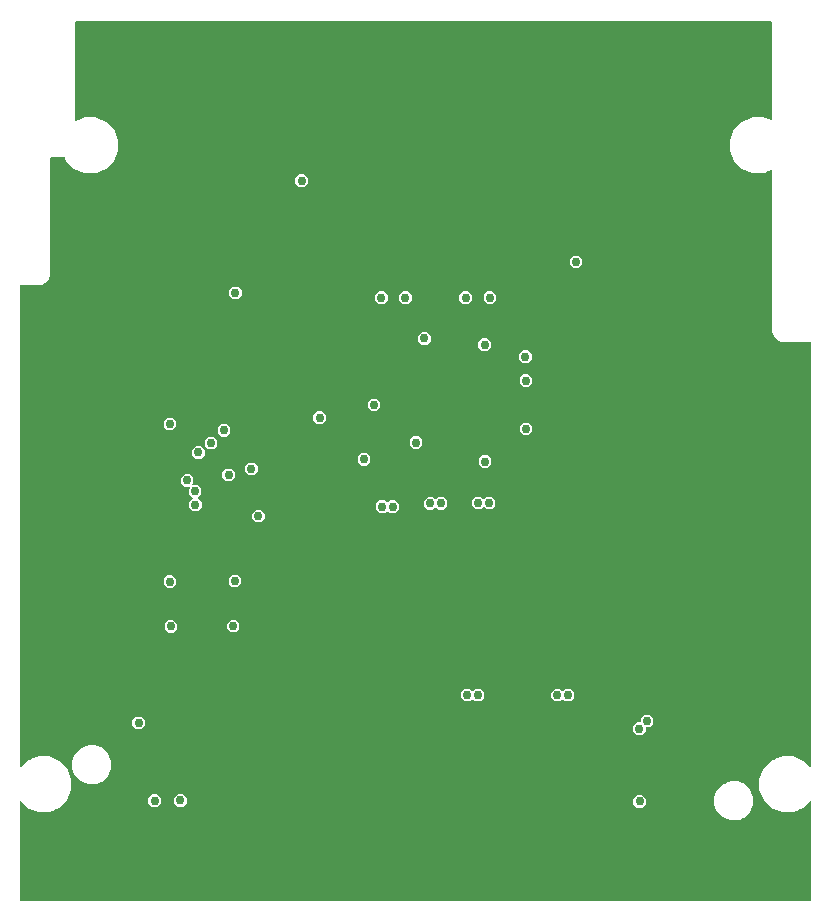
<source format=gbr>
G04 EAGLE Gerber X2 export*
G75*
%MOMM*%
%FSLAX34Y34*%
%LPD*%
%AMOC8*
5,1,8,0,0,1.08239X$1,22.5*%
G01*
%ADD10C,0.756400*%

G36*
X679337Y10162D02*
X679337Y10162D01*
X679342Y10161D01*
X679435Y10182D01*
X679529Y10200D01*
X679533Y10203D01*
X679538Y10204D01*
X679616Y10260D01*
X679694Y10313D01*
X679697Y10317D01*
X679701Y10320D01*
X679752Y10402D01*
X679804Y10481D01*
X679804Y10486D01*
X679807Y10491D01*
X679839Y10668D01*
X679839Y94153D01*
X679839Y94156D01*
X679839Y94158D01*
X679819Y94253D01*
X679800Y94350D01*
X679798Y94352D01*
X679798Y94355D01*
X679742Y94435D01*
X679687Y94516D01*
X679685Y94517D01*
X679683Y94519D01*
X679600Y94572D01*
X679519Y94625D01*
X679516Y94625D01*
X679514Y94627D01*
X679418Y94643D01*
X679322Y94660D01*
X679319Y94660D01*
X679317Y94660D01*
X679223Y94638D01*
X679126Y94617D01*
X679124Y94615D01*
X679121Y94615D01*
X678973Y94512D01*
X673403Y88941D01*
X672928Y88745D01*
X671704Y88238D01*
X670479Y87730D01*
X669255Y87223D01*
X669254Y87223D01*
X668030Y86716D01*
X666805Y86209D01*
X665581Y85701D01*
X664706Y85339D01*
X655294Y85339D01*
X646597Y88941D01*
X639941Y95597D01*
X636339Y104294D01*
X636339Y113706D01*
X639941Y122403D01*
X646597Y129059D01*
X647431Y129404D01*
X648656Y129911D01*
X649880Y130419D01*
X649881Y130419D01*
X651105Y130926D01*
X652330Y131433D01*
X653554Y131940D01*
X654779Y132448D01*
X655294Y132661D01*
X664706Y132661D01*
X673403Y129059D01*
X678973Y123488D01*
X678976Y123487D01*
X678977Y123484D01*
X679058Y123432D01*
X679140Y123377D01*
X679143Y123377D01*
X679145Y123375D01*
X679241Y123358D01*
X679337Y123339D01*
X679340Y123340D01*
X679342Y123340D01*
X679439Y123361D01*
X679533Y123381D01*
X679535Y123383D01*
X679538Y123383D01*
X679618Y123440D01*
X679698Y123495D01*
X679699Y123498D01*
X679701Y123499D01*
X679753Y123582D01*
X679805Y123665D01*
X679806Y123667D01*
X679807Y123669D01*
X679839Y123847D01*
X679839Y483332D01*
X679838Y483337D01*
X679839Y483342D01*
X679818Y483435D01*
X679800Y483529D01*
X679797Y483533D01*
X679796Y483538D01*
X679740Y483616D01*
X679687Y483694D01*
X679683Y483697D01*
X679680Y483701D01*
X679598Y483752D01*
X679519Y483804D01*
X679514Y483804D01*
X679509Y483807D01*
X679332Y483839D01*
X654979Y483839D01*
X651244Y485386D01*
X648386Y488244D01*
X646839Y491979D01*
X646839Y628535D01*
X646838Y628539D01*
X646839Y628542D01*
X646819Y628636D01*
X646800Y628731D01*
X646797Y628734D01*
X646797Y628738D01*
X646741Y628817D01*
X646687Y628897D01*
X646684Y628899D01*
X646681Y628902D01*
X646599Y628954D01*
X646519Y629006D01*
X646515Y629007D01*
X646512Y629009D01*
X646416Y629025D01*
X646322Y629042D01*
X646318Y629041D01*
X646314Y629042D01*
X646138Y629003D01*
X646048Y628966D01*
X644824Y628459D01*
X643599Y627952D01*
X642375Y627444D01*
X642374Y627444D01*
X641150Y626937D01*
X639925Y626430D01*
X639706Y626339D01*
X630294Y626339D01*
X621597Y629941D01*
X614941Y636597D01*
X611339Y645294D01*
X611339Y654706D01*
X614941Y663403D01*
X621597Y670059D01*
X621776Y670133D01*
X623000Y670640D01*
X623001Y670640D01*
X624225Y671147D01*
X625450Y671654D01*
X626674Y672162D01*
X627899Y672669D01*
X629123Y673176D01*
X629124Y673176D01*
X630294Y673661D01*
X639706Y673661D01*
X646138Y670997D01*
X646142Y670996D01*
X646145Y670994D01*
X646240Y670977D01*
X646335Y670958D01*
X646338Y670959D01*
X646342Y670958D01*
X646437Y670979D01*
X646531Y670999D01*
X646534Y671001D01*
X646538Y671002D01*
X646617Y671058D01*
X646696Y671112D01*
X646698Y671116D01*
X646701Y671118D01*
X646752Y671200D01*
X646805Y671281D01*
X646805Y671285D01*
X646807Y671288D01*
X646839Y671465D01*
X646839Y754332D01*
X646838Y754337D01*
X646839Y754342D01*
X646818Y754435D01*
X646800Y754529D01*
X646797Y754533D01*
X646796Y754538D01*
X646740Y754616D01*
X646687Y754694D01*
X646683Y754697D01*
X646680Y754701D01*
X646598Y754752D01*
X646519Y754804D01*
X646514Y754804D01*
X646509Y754807D01*
X646332Y754839D01*
X57668Y754839D01*
X57663Y754838D01*
X57658Y754839D01*
X57565Y754818D01*
X57471Y754800D01*
X57467Y754797D01*
X57462Y754796D01*
X57384Y754740D01*
X57306Y754687D01*
X57303Y754683D01*
X57299Y754680D01*
X57248Y754598D01*
X57196Y754519D01*
X57196Y754514D01*
X57193Y754509D01*
X57161Y754332D01*
X57161Y671258D01*
X57162Y671254D01*
X57161Y671250D01*
X57181Y671157D01*
X57200Y671062D01*
X57203Y671058D01*
X57203Y671055D01*
X57259Y670976D01*
X57313Y670896D01*
X57316Y670894D01*
X57319Y670891D01*
X57401Y670839D01*
X57481Y670787D01*
X57485Y670786D01*
X57488Y670784D01*
X57584Y670768D01*
X57678Y670751D01*
X57682Y670752D01*
X57686Y670751D01*
X57862Y670790D01*
X58725Y671147D01*
X59950Y671654D01*
X61174Y672162D01*
X62399Y672669D01*
X63623Y673176D01*
X63624Y673176D01*
X64794Y673661D01*
X74206Y673661D01*
X82903Y670059D01*
X89559Y663403D01*
X93161Y654706D01*
X93161Y645294D01*
X89559Y636597D01*
X82903Y629941D01*
X81773Y629473D01*
X80548Y628966D01*
X79324Y628459D01*
X78099Y627952D01*
X76875Y627444D01*
X76874Y627444D01*
X75650Y626937D01*
X74425Y626430D01*
X74206Y626339D01*
X64794Y626339D01*
X56097Y629941D01*
X49441Y636597D01*
X48228Y639526D01*
X48225Y639532D01*
X48223Y639538D01*
X48169Y639615D01*
X48116Y639693D01*
X48111Y639696D01*
X48107Y639701D01*
X48027Y639751D01*
X47949Y639803D01*
X47942Y639804D01*
X47937Y639807D01*
X47760Y639839D01*
X36668Y639839D01*
X36663Y639838D01*
X36658Y639839D01*
X36565Y639818D01*
X36471Y639800D01*
X36467Y639797D01*
X36462Y639796D01*
X36384Y639740D01*
X36306Y639687D01*
X36303Y639683D01*
X36299Y639680D01*
X36248Y639598D01*
X36196Y639519D01*
X36196Y639514D01*
X36193Y639509D01*
X36161Y639332D01*
X36161Y539979D01*
X34614Y536244D01*
X31756Y533386D01*
X31055Y533096D01*
X29830Y532589D01*
X28606Y532081D01*
X28021Y531839D01*
X10668Y531839D01*
X10663Y531838D01*
X10658Y531839D01*
X10565Y531818D01*
X10471Y531800D01*
X10467Y531797D01*
X10462Y531796D01*
X10384Y531740D01*
X10306Y531687D01*
X10303Y531683D01*
X10299Y531680D01*
X10248Y531598D01*
X10196Y531519D01*
X10196Y531514D01*
X10193Y531509D01*
X10161Y531332D01*
X10161Y123847D01*
X10161Y123844D01*
X10161Y123842D01*
X10181Y123745D01*
X10200Y123650D01*
X10202Y123648D01*
X10202Y123645D01*
X10258Y123565D01*
X10313Y123484D01*
X10315Y123483D01*
X10317Y123481D01*
X10400Y123428D01*
X10481Y123375D01*
X10484Y123375D01*
X10486Y123373D01*
X10582Y123357D01*
X10678Y123340D01*
X10681Y123340D01*
X10683Y123340D01*
X10777Y123362D01*
X10874Y123383D01*
X10876Y123385D01*
X10879Y123385D01*
X11027Y123488D01*
X16597Y129059D01*
X17431Y129404D01*
X18656Y129911D01*
X19880Y130419D01*
X19881Y130419D01*
X21105Y130926D01*
X22330Y131433D01*
X23554Y131940D01*
X24779Y132448D01*
X25294Y132661D01*
X34706Y132661D01*
X43403Y129059D01*
X50059Y122403D01*
X53661Y113706D01*
X53661Y104294D01*
X50059Y95597D01*
X43403Y88941D01*
X42928Y88745D01*
X41704Y88238D01*
X40479Y87730D01*
X39255Y87223D01*
X39254Y87223D01*
X38030Y86716D01*
X36805Y86209D01*
X35581Y85701D01*
X34706Y85339D01*
X25294Y85339D01*
X16597Y88941D01*
X11027Y94512D01*
X11024Y94513D01*
X11023Y94516D01*
X10942Y94568D01*
X10860Y94623D01*
X10857Y94623D01*
X10855Y94625D01*
X10759Y94642D01*
X10663Y94661D01*
X10660Y94660D01*
X10658Y94660D01*
X10561Y94639D01*
X10467Y94619D01*
X10465Y94617D01*
X10462Y94617D01*
X10382Y94560D01*
X10302Y94505D01*
X10301Y94502D01*
X10299Y94501D01*
X10247Y94418D01*
X10195Y94335D01*
X10194Y94333D01*
X10193Y94331D01*
X10161Y94153D01*
X10161Y10668D01*
X10162Y10663D01*
X10161Y10658D01*
X10182Y10565D01*
X10200Y10471D01*
X10203Y10467D01*
X10204Y10462D01*
X10260Y10384D01*
X10313Y10306D01*
X10317Y10303D01*
X10320Y10299D01*
X10402Y10248D01*
X10481Y10196D01*
X10486Y10196D01*
X10491Y10193D01*
X10668Y10161D01*
X679332Y10161D01*
X679337Y10162D01*
G37*
%LPC*%
G36*
X611475Y78439D02*
X611475Y78439D01*
X605406Y80953D01*
X600762Y85597D01*
X598248Y91666D01*
X598248Y98234D01*
X600762Y104303D01*
X605406Y108947D01*
X605809Y109114D01*
X605810Y109114D01*
X607034Y109621D01*
X608259Y110129D01*
X609483Y110636D01*
X610708Y111143D01*
X611475Y111461D01*
X618043Y111461D01*
X624112Y108947D01*
X628756Y104303D01*
X631270Y98234D01*
X631270Y91666D01*
X628756Y85597D01*
X624112Y80953D01*
X623329Y80629D01*
X622105Y80122D01*
X620880Y79614D01*
X619656Y79107D01*
X618431Y78600D01*
X618043Y78439D01*
X611475Y78439D01*
G37*
%LPD*%
%LPC*%
G36*
X67661Y108919D02*
X67661Y108919D01*
X61592Y111433D01*
X56948Y116077D01*
X54434Y122146D01*
X54434Y128714D01*
X56948Y134783D01*
X61592Y139427D01*
X61887Y139549D01*
X63111Y140056D01*
X63112Y140056D01*
X64336Y140564D01*
X65561Y141071D01*
X66785Y141578D01*
X67661Y141941D01*
X74229Y141941D01*
X80298Y139427D01*
X84942Y134783D01*
X87456Y128714D01*
X87456Y122146D01*
X84942Y116077D01*
X80298Y111433D01*
X79407Y111064D01*
X78182Y110557D01*
X76958Y110049D01*
X76957Y110049D01*
X75733Y109542D01*
X74508Y109035D01*
X74229Y108919D01*
X67661Y108919D01*
G37*
%LPD*%
%LPC*%
G36*
X156628Y340540D02*
X156628Y340540D01*
X153519Y343648D01*
X153519Y348045D01*
X156449Y350974D01*
X156452Y350978D01*
X156456Y350981D01*
X156507Y351062D01*
X156560Y351141D01*
X156561Y351146D01*
X156564Y351151D01*
X156580Y351245D01*
X156598Y351338D01*
X156597Y351343D01*
X156597Y351348D01*
X156576Y351441D01*
X156556Y351534D01*
X156553Y351538D01*
X156552Y351543D01*
X156449Y351691D01*
X153291Y354850D01*
X153291Y359246D01*
X154166Y360121D01*
X154167Y360123D01*
X154169Y360124D01*
X154221Y360204D01*
X154277Y360288D01*
X154277Y360290D01*
X154279Y360292D01*
X154296Y360388D01*
X154314Y360485D01*
X154314Y360487D01*
X154314Y360490D01*
X154293Y360586D01*
X154273Y360681D01*
X154271Y360683D01*
X154271Y360685D01*
X154214Y360765D01*
X154158Y360845D01*
X154156Y360847D01*
X154155Y360849D01*
X154071Y360901D01*
X153989Y360953D01*
X153987Y360953D01*
X153984Y360955D01*
X153807Y360987D01*
X149719Y360987D01*
X146611Y364095D01*
X146611Y368492D01*
X149719Y371600D01*
X154116Y371600D01*
X157224Y368492D01*
X157224Y364095D01*
X156349Y363220D01*
X156348Y363218D01*
X156346Y363217D01*
X156294Y363137D01*
X156238Y363054D01*
X156238Y363051D01*
X156236Y363049D01*
X156219Y362953D01*
X156201Y362857D01*
X156201Y362854D01*
X156201Y362851D01*
X156222Y362755D01*
X156242Y362661D01*
X156244Y362658D01*
X156244Y362656D01*
X156301Y362576D01*
X156357Y362496D01*
X156359Y362494D01*
X156360Y362492D01*
X156444Y362441D01*
X156526Y362388D01*
X156528Y362388D01*
X156531Y362387D01*
X156708Y362355D01*
X160796Y362355D01*
X163904Y359246D01*
X163904Y354850D01*
X160975Y351920D01*
X160972Y351916D01*
X160967Y351913D01*
X160916Y351832D01*
X160864Y351753D01*
X160863Y351748D01*
X160860Y351744D01*
X160844Y351650D01*
X160826Y351556D01*
X160827Y351551D01*
X160826Y351546D01*
X160848Y351453D01*
X160868Y351360D01*
X160871Y351356D01*
X160872Y351351D01*
X160975Y351203D01*
X164133Y348045D01*
X164133Y343648D01*
X161024Y340540D01*
X156628Y340540D01*
G37*
%LPD*%
%LPC*%
G36*
X532535Y150891D02*
X532535Y150891D01*
X529427Y153999D01*
X529427Y158395D01*
X532535Y161504D01*
X535346Y161504D01*
X535351Y161505D01*
X535356Y161504D01*
X535449Y161525D01*
X535542Y161544D01*
X535547Y161547D01*
X535552Y161548D01*
X535629Y161603D01*
X535708Y161656D01*
X535711Y161661D01*
X535715Y161664D01*
X535766Y161745D01*
X535817Y161824D01*
X535818Y161829D01*
X535821Y161834D01*
X535853Y162011D01*
X535853Y164822D01*
X538962Y167930D01*
X543358Y167930D01*
X546466Y164822D01*
X546466Y160425D01*
X543358Y157317D01*
X540547Y157317D01*
X540542Y157316D01*
X540537Y157317D01*
X540444Y157296D01*
X540351Y157277D01*
X540347Y157274D01*
X540341Y157273D01*
X540264Y157218D01*
X540185Y157165D01*
X540182Y157160D01*
X540178Y157157D01*
X540127Y157076D01*
X540076Y156996D01*
X540075Y156991D01*
X540072Y156987D01*
X540040Y156810D01*
X540040Y153999D01*
X536932Y150891D01*
X532535Y150891D01*
G37*
%LPD*%
%LPC*%
G36*
X396305Y341759D02*
X396305Y341759D01*
X393196Y344867D01*
X393196Y349264D01*
X396305Y352372D01*
X400701Y352372D01*
X402689Y350385D01*
X402693Y350382D01*
X402696Y350378D01*
X402776Y350327D01*
X402855Y350274D01*
X402861Y350273D01*
X402865Y350270D01*
X402959Y350254D01*
X403052Y350237D01*
X403058Y350238D01*
X403063Y350237D01*
X403155Y350258D01*
X403248Y350278D01*
X403253Y350281D01*
X403258Y350282D01*
X403406Y350385D01*
X405393Y352372D01*
X409789Y352372D01*
X412898Y349264D01*
X412898Y344867D01*
X409789Y341759D01*
X405393Y341759D01*
X403406Y343746D01*
X403402Y343749D01*
X403399Y343753D01*
X403319Y343804D01*
X403239Y343857D01*
X403234Y343858D01*
X403229Y343861D01*
X403135Y343877D01*
X403042Y343895D01*
X403037Y343894D01*
X403032Y343894D01*
X402939Y343873D01*
X402846Y343853D01*
X402842Y343850D01*
X402837Y343849D01*
X402689Y343746D01*
X400701Y341759D01*
X396305Y341759D01*
G37*
%LPD*%
%LPC*%
G36*
X355462Y341505D02*
X355462Y341505D01*
X352353Y344613D01*
X352353Y349010D01*
X355462Y352118D01*
X359858Y352118D01*
X361845Y350131D01*
X361850Y350128D01*
X361853Y350124D01*
X361933Y350073D01*
X362012Y350020D01*
X362017Y350019D01*
X362022Y350016D01*
X362116Y350000D01*
X362209Y349983D01*
X362214Y349984D01*
X362219Y349983D01*
X362312Y350004D01*
X362405Y350024D01*
X362410Y350027D01*
X362415Y350028D01*
X362563Y350131D01*
X364550Y352118D01*
X368946Y352118D01*
X372055Y349010D01*
X372055Y344613D01*
X368946Y341505D01*
X364550Y341505D01*
X362563Y343492D01*
X362558Y343495D01*
X362555Y343499D01*
X362475Y343550D01*
X362396Y343603D01*
X362391Y343604D01*
X362386Y343607D01*
X362292Y343623D01*
X362199Y343641D01*
X362194Y343640D01*
X362188Y343640D01*
X362096Y343619D01*
X362003Y343599D01*
X361998Y343596D01*
X361993Y343595D01*
X361845Y343492D01*
X359858Y341505D01*
X355462Y341505D01*
G37*
%LPD*%
%LPC*%
G36*
X386907Y179224D02*
X386907Y179224D01*
X383798Y182333D01*
X383798Y186729D01*
X386907Y189838D01*
X391303Y189838D01*
X393290Y187851D01*
X393295Y187848D01*
X393298Y187843D01*
X393378Y187792D01*
X393457Y187740D01*
X393463Y187739D01*
X393467Y187736D01*
X393561Y187720D01*
X393654Y187702D01*
X393659Y187703D01*
X393665Y187702D01*
X393757Y187724D01*
X393850Y187744D01*
X393855Y187747D01*
X393860Y187748D01*
X394008Y187851D01*
X395995Y189838D01*
X400391Y189838D01*
X403500Y186729D01*
X403500Y182333D01*
X400391Y179224D01*
X395995Y179224D01*
X394008Y181211D01*
X394003Y181214D01*
X394000Y181219D01*
X393920Y181270D01*
X393841Y181322D01*
X393836Y181323D01*
X393831Y181326D01*
X393738Y181342D01*
X393644Y181360D01*
X393639Y181359D01*
X393634Y181360D01*
X393541Y181338D01*
X393448Y181318D01*
X393444Y181315D01*
X393438Y181314D01*
X393290Y181211D01*
X391303Y179224D01*
X386907Y179224D01*
G37*
%LPD*%
%LPC*%
G36*
X463082Y179173D02*
X463082Y179173D01*
X459973Y182282D01*
X459973Y186678D01*
X463082Y189787D01*
X467478Y189787D01*
X469465Y187800D01*
X469469Y187797D01*
X469472Y187792D01*
X469553Y187741D01*
X469632Y187689D01*
X469637Y187688D01*
X469642Y187685D01*
X469736Y187669D01*
X469829Y187651D01*
X469834Y187652D01*
X469839Y187651D01*
X469932Y187673D01*
X470025Y187693D01*
X470029Y187696D01*
X470034Y187697D01*
X470182Y187800D01*
X472170Y189787D01*
X476566Y189787D01*
X479675Y186678D01*
X479675Y182282D01*
X476566Y179173D01*
X472170Y179173D01*
X470182Y181161D01*
X470178Y181164D01*
X470175Y181168D01*
X470095Y181219D01*
X470016Y181272D01*
X470010Y181273D01*
X470006Y181275D01*
X469912Y181291D01*
X469819Y181309D01*
X469813Y181308D01*
X469808Y181309D01*
X469716Y181287D01*
X469623Y181268D01*
X469618Y181265D01*
X469613Y181263D01*
X469465Y181161D01*
X467478Y179173D01*
X463082Y179173D01*
G37*
%LPD*%
%LPC*%
G36*
X314593Y338762D02*
X314593Y338762D01*
X311485Y341870D01*
X311485Y346267D01*
X314593Y349375D01*
X318990Y349375D01*
X320977Y347388D01*
X320981Y347385D01*
X320984Y347381D01*
X321064Y347330D01*
X321144Y347277D01*
X321149Y347276D01*
X321153Y347273D01*
X321247Y347257D01*
X321341Y347239D01*
X321346Y347240D01*
X321351Y347240D01*
X321443Y347261D01*
X321537Y347281D01*
X321541Y347284D01*
X321546Y347285D01*
X321694Y347388D01*
X323681Y349375D01*
X328078Y349375D01*
X331186Y346267D01*
X331186Y341870D01*
X328078Y338762D01*
X323681Y338762D01*
X321694Y340749D01*
X321693Y340750D01*
X321690Y340752D01*
X321687Y340756D01*
X321606Y340807D01*
X321527Y340860D01*
X321522Y340861D01*
X321518Y340864D01*
X321424Y340880D01*
X321330Y340897D01*
X321325Y340896D01*
X321320Y340897D01*
X321227Y340876D01*
X321134Y340856D01*
X321130Y340853D01*
X321125Y340852D01*
X320977Y340749D01*
X318990Y338762D01*
X314593Y338762D01*
G37*
%LPD*%
%LPC*%
G36*
X401636Y475972D02*
X401636Y475972D01*
X398528Y479081D01*
X398528Y483477D01*
X401636Y486586D01*
X406033Y486586D01*
X409141Y483477D01*
X409141Y479081D01*
X406033Y475972D01*
X401636Y475972D01*
G37*
%LPD*%
%LPC*%
G36*
X435956Y465792D02*
X435956Y465792D01*
X432848Y468900D01*
X432848Y473296D01*
X435956Y476405D01*
X440353Y476405D01*
X443461Y473296D01*
X443461Y468900D01*
X440353Y465792D01*
X435956Y465792D01*
G37*
%LPD*%
%LPC*%
G36*
X436384Y445391D02*
X436384Y445391D01*
X433275Y448499D01*
X433275Y452896D01*
X436384Y456004D01*
X440780Y456004D01*
X443889Y452896D01*
X443889Y448499D01*
X440780Y445391D01*
X436384Y445391D01*
G37*
%LPD*%
%LPC*%
G36*
X308037Y424995D02*
X308037Y424995D01*
X304929Y428103D01*
X304929Y432500D01*
X308037Y435608D01*
X312434Y435608D01*
X315542Y432500D01*
X315542Y428103D01*
X312434Y424995D01*
X308037Y424995D01*
G37*
%LPD*%
%LPC*%
G36*
X261860Y413996D02*
X261860Y413996D01*
X258752Y417105D01*
X258752Y421501D01*
X261860Y424610D01*
X266257Y424610D01*
X269365Y421501D01*
X269365Y417105D01*
X266257Y413996D01*
X261860Y413996D01*
G37*
%LPD*%
%LPC*%
G36*
X134962Y408637D02*
X134962Y408637D01*
X131853Y411746D01*
X131853Y416142D01*
X134962Y419251D01*
X139358Y419251D01*
X142467Y416142D01*
X142467Y411746D01*
X139358Y408637D01*
X134962Y408637D01*
G37*
%LPD*%
%LPC*%
G36*
X436714Y404573D02*
X436714Y404573D01*
X433605Y407682D01*
X433605Y412078D01*
X436714Y415187D01*
X441110Y415187D01*
X444219Y412078D01*
X444219Y407682D01*
X441110Y404573D01*
X436714Y404573D01*
G37*
%LPD*%
%LPC*%
G36*
X343369Y393016D02*
X343369Y393016D01*
X340260Y396125D01*
X340260Y400521D01*
X343369Y403630D01*
X347765Y403630D01*
X350874Y400521D01*
X350874Y396125D01*
X347765Y393016D01*
X343369Y393016D01*
G37*
%LPD*%
%LPC*%
G36*
X169938Y392610D02*
X169938Y392610D01*
X166829Y395718D01*
X166829Y400115D01*
X169938Y403223D01*
X174334Y403223D01*
X177443Y400115D01*
X177443Y395718D01*
X174334Y392610D01*
X169938Y392610D01*
G37*
%LPD*%
%LPC*%
G36*
X159168Y384634D02*
X159168Y384634D01*
X156059Y387743D01*
X156059Y392139D01*
X159168Y395248D01*
X163564Y395248D01*
X166673Y392139D01*
X166673Y387743D01*
X163564Y384634D01*
X159168Y384634D01*
G37*
%LPD*%
%LPC*%
G36*
X299401Y378817D02*
X299401Y378817D01*
X296293Y381926D01*
X296293Y386322D01*
X299401Y389431D01*
X303798Y389431D01*
X306906Y386322D01*
X306906Y381926D01*
X303798Y378817D01*
X299401Y378817D01*
G37*
%LPD*%
%LPC*%
G36*
X180860Y403278D02*
X180860Y403278D01*
X177751Y406386D01*
X177751Y410783D01*
X180860Y413891D01*
X185256Y413891D01*
X188365Y410783D01*
X188365Y406386D01*
X185256Y403278D01*
X180860Y403278D01*
G37*
%LPD*%
%LPC*%
G36*
X204075Y370537D02*
X204075Y370537D01*
X200967Y373646D01*
X200967Y378042D01*
X204075Y381151D01*
X208472Y381151D01*
X211580Y378042D01*
X211580Y373646D01*
X208472Y370537D01*
X204075Y370537D01*
G37*
%LPD*%
%LPC*%
G36*
X184746Y365533D02*
X184746Y365533D01*
X181637Y368642D01*
X181637Y373038D01*
X184746Y376147D01*
X189142Y376147D01*
X192251Y373038D01*
X192251Y368642D01*
X189142Y365533D01*
X184746Y365533D01*
G37*
%LPD*%
%LPC*%
G36*
X246671Y614733D02*
X246671Y614733D01*
X243562Y617841D01*
X243562Y622238D01*
X246671Y625346D01*
X251067Y625346D01*
X254176Y622238D01*
X254176Y617841D01*
X251067Y614733D01*
X246671Y614733D01*
G37*
%LPD*%
%LPC*%
G36*
X479030Y545975D02*
X479030Y545975D01*
X475922Y549083D01*
X475922Y553480D01*
X479030Y556588D01*
X483427Y556588D01*
X486535Y553480D01*
X486535Y549083D01*
X483427Y545975D01*
X479030Y545975D01*
G37*
%LPD*%
%LPC*%
G36*
X401840Y376963D02*
X401840Y376963D01*
X398731Y380072D01*
X398731Y384468D01*
X401840Y387577D01*
X406236Y387577D01*
X409345Y384468D01*
X409345Y380072D01*
X406236Y376963D01*
X401840Y376963D01*
G37*
%LPD*%
%LPC*%
G36*
X190512Y519584D02*
X190512Y519584D01*
X187403Y522693D01*
X187403Y527089D01*
X190512Y530198D01*
X194908Y530198D01*
X198017Y527089D01*
X198017Y522693D01*
X194908Y519584D01*
X190512Y519584D01*
G37*
%LPD*%
%LPC*%
G36*
X209943Y330684D02*
X209943Y330684D01*
X206834Y333793D01*
X206834Y338189D01*
X209943Y341298D01*
X214339Y341298D01*
X217448Y338189D01*
X217448Y333793D01*
X214339Y330684D01*
X209943Y330684D01*
G37*
%LPD*%
%LPC*%
G36*
X190029Y275770D02*
X190029Y275770D01*
X186920Y278878D01*
X186920Y283275D01*
X190029Y286383D01*
X194425Y286383D01*
X197534Y283275D01*
X197534Y278878D01*
X194425Y275770D01*
X190029Y275770D01*
G37*
%LPD*%
%LPC*%
G36*
X134987Y275363D02*
X134987Y275363D01*
X131879Y278472D01*
X131879Y282868D01*
X134987Y285977D01*
X139384Y285977D01*
X142492Y282868D01*
X142492Y278472D01*
X139384Y275363D01*
X134987Y275363D01*
G37*
%LPD*%
%LPC*%
G36*
X188632Y237517D02*
X188632Y237517D01*
X185523Y240626D01*
X185523Y245022D01*
X188632Y248131D01*
X193028Y248131D01*
X196137Y245022D01*
X196137Y240626D01*
X193028Y237517D01*
X188632Y237517D01*
G37*
%LPD*%
%LPC*%
G36*
X135851Y237441D02*
X135851Y237441D01*
X132742Y240550D01*
X132742Y244946D01*
X135851Y248055D01*
X140247Y248055D01*
X143356Y244946D01*
X143356Y240550D01*
X140247Y237441D01*
X135851Y237441D01*
G37*
%LPD*%
%LPC*%
G36*
X405904Y515774D02*
X405904Y515774D01*
X402795Y518883D01*
X402795Y523279D01*
X405904Y526388D01*
X410300Y526388D01*
X413409Y523279D01*
X413409Y518883D01*
X410300Y515774D01*
X405904Y515774D01*
G37*
%LPD*%
%LPC*%
G36*
X385482Y515774D02*
X385482Y515774D01*
X382373Y518883D01*
X382373Y523279D01*
X385482Y526388D01*
X389878Y526388D01*
X392987Y523279D01*
X392987Y518883D01*
X389878Y515774D01*
X385482Y515774D01*
G37*
%LPD*%
%LPC*%
G36*
X334479Y515774D02*
X334479Y515774D01*
X331370Y518883D01*
X331370Y523279D01*
X334479Y526388D01*
X338875Y526388D01*
X341984Y523279D01*
X341984Y518883D01*
X338875Y515774D01*
X334479Y515774D01*
G37*
%LPD*%
%LPC*%
G36*
X108571Y155501D02*
X108571Y155501D01*
X105463Y158609D01*
X105463Y163006D01*
X108571Y166114D01*
X112968Y166114D01*
X116076Y163006D01*
X116076Y158609D01*
X112968Y155501D01*
X108571Y155501D01*
G37*
%LPD*%
%LPC*%
G36*
X314108Y515774D02*
X314108Y515774D01*
X310999Y518883D01*
X310999Y523279D01*
X314108Y526388D01*
X318504Y526388D01*
X321613Y523279D01*
X321613Y518883D01*
X318504Y515774D01*
X314108Y515774D01*
G37*
%LPD*%
%LPC*%
G36*
X350557Y481306D02*
X350557Y481306D01*
X347448Y484415D01*
X347448Y488811D01*
X350557Y491920D01*
X354953Y491920D01*
X358062Y488811D01*
X358062Y484415D01*
X354953Y481306D01*
X350557Y481306D01*
G37*
%LPD*%
%LPC*%
G36*
X143903Y89969D02*
X143903Y89969D01*
X140794Y93077D01*
X140794Y97474D01*
X143903Y100582D01*
X148299Y100582D01*
X151408Y97474D01*
X151408Y93077D01*
X148299Y89969D01*
X143903Y89969D01*
G37*
%LPD*%
%LPC*%
G36*
X122160Y89867D02*
X122160Y89867D01*
X119052Y92976D01*
X119052Y97372D01*
X122160Y100481D01*
X126557Y100481D01*
X129665Y97372D01*
X129665Y92976D01*
X126557Y89867D01*
X122160Y89867D01*
G37*
%LPD*%
%LPC*%
G36*
X532802Y89232D02*
X532802Y89232D01*
X529693Y92341D01*
X529693Y96737D01*
X532802Y99846D01*
X537198Y99846D01*
X540307Y96737D01*
X540307Y92341D01*
X537198Y89232D01*
X532802Y89232D01*
G37*
%LPD*%
D10*
X122174Y260858D03*
X615442Y230124D03*
X565912Y257810D03*
X615188Y278384D03*
X565658Y306070D03*
X540258Y214122D03*
X615188Y325374D03*
X518668Y329692D03*
X565658Y353060D03*
X518414Y376682D03*
X614426Y375158D03*
X448310Y349250D03*
X356616Y272796D03*
X356362Y209550D03*
X263906Y327406D03*
X263906Y280416D03*
X264160Y232156D03*
X275844Y184150D03*
X565912Y403098D03*
X571754Y38100D03*
X486918Y94996D03*
X518668Y38100D03*
X465328Y38100D03*
X412242Y38100D03*
X357124Y37846D03*
X304038Y37846D03*
X250698Y37846D03*
X197612Y37846D03*
X250698Y95504D03*
X197612Y95504D03*
X378714Y94742D03*
X304038Y95504D03*
X433832Y94996D03*
X146050Y38100D03*
X92964Y38100D03*
X115824Y336042D03*
X52832Y324612D03*
X52832Y277622D03*
X53086Y229362D03*
X115570Y389128D03*
X53086Y376682D03*
X52832Y424942D03*
X52832Y471932D03*
X153670Y457200D03*
X120142Y499110D03*
X148082Y549656D03*
X259080Y529590D03*
X169164Y657352D03*
X196088Y598170D03*
X121412Y616966D03*
X74930Y569722D03*
X127254Y711200D03*
X198882Y710946D03*
X262890Y711708D03*
X437388Y617982D03*
X441960Y575056D03*
X402336Y648970D03*
X357378Y649732D03*
X316484Y659892D03*
X325882Y614680D03*
X325628Y578104D03*
X259080Y562864D03*
X435356Y711708D03*
X495300Y710946D03*
X493522Y662178D03*
X562102Y660908D03*
X560832Y710184D03*
X562610Y612140D03*
X564642Y558292D03*
X611886Y587756D03*
X611886Y530098D03*
X612394Y477266D03*
X565658Y498348D03*
X565658Y451358D03*
X614172Y423418D03*
X594614Y150114D03*
X581152Y95758D03*
X488950Y149098D03*
X451104Y148844D03*
X413004Y148844D03*
X375158Y149098D03*
X330708Y148082D03*
X534733Y156197D03*
X541160Y162624D03*
X316791Y344068D03*
X325879Y344068D03*
X389105Y184531D03*
X398193Y184531D03*
X357660Y346812D03*
X366748Y346812D03*
X465280Y184480D03*
X474368Y184480D03*
X398503Y347066D03*
X438155Y471098D03*
X301600Y384124D03*
X438912Y409880D03*
X438582Y450698D03*
X183058Y408584D03*
X172136Y397916D03*
X161366Y389941D03*
X158598Y357048D03*
X151917Y366293D03*
X345567Y398323D03*
X186944Y370840D03*
X206273Y375844D03*
X212141Y335991D03*
X264058Y419303D03*
X158826Y345846D03*
X407591Y347066D03*
X316306Y521081D03*
X336677Y521081D03*
X387680Y521081D03*
X408102Y521081D03*
X403835Y481279D03*
X352755Y486613D03*
X310236Y430301D03*
X404038Y382270D03*
X192227Y281076D03*
X137185Y280670D03*
X137160Y413944D03*
X124358Y95174D03*
X192710Y524891D03*
X481228Y551282D03*
X535000Y94539D03*
X146101Y95275D03*
X248869Y620039D03*
X138049Y242748D03*
X190830Y242824D03*
X110769Y160807D03*
M02*

</source>
